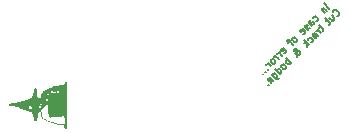
<source format=gbr>
%TF.GenerationSoftware,KiCad,Pcbnew,6.0.11+dfsg-1~bpo11+1*%
%TF.CreationDate,2024-03-27T19:00:14-04:00*%
%TF.ProjectId,Module - Adjustable single rail PSU,4d6f6475-6c65-4202-9d20-41646a757374,1.0.0*%
%TF.SameCoordinates,Original*%
%TF.FileFunction,Legend,Bot*%
%TF.FilePolarity,Positive*%
%FSLAX46Y46*%
G04 Gerber Fmt 4.6, Leading zero omitted, Abs format (unit mm)*
G04 Created by KiCad (PCBNEW 6.0.11+dfsg-1~bpo11+1) date 2024-03-27 19:00:14*
%MOMM*%
%LPD*%
G01*
G04 APERTURE LIST*
%ADD10C,0.150000*%
G04 APERTURE END LIST*
D10*
X85188417Y-91804374D02*
X84764152Y-91380110D01*
X84703543Y-91723562D02*
X84986386Y-92006405D01*
X84743949Y-91763968D02*
X84703543Y-91763968D01*
X84642934Y-91784171D01*
X84582325Y-91844781D01*
X84562122Y-91905390D01*
X84582325Y-91965999D01*
X84804559Y-92188232D01*
X84077249Y-92875136D02*
X84137858Y-92854933D01*
X84218670Y-92774121D01*
X84238873Y-92713512D01*
X84238873Y-92673106D01*
X84218670Y-92612496D01*
X84097452Y-92491278D01*
X84036843Y-92471075D01*
X83996437Y-92471075D01*
X83935827Y-92491278D01*
X83855015Y-92572090D01*
X83834812Y-92632700D01*
X83733797Y-93258994D02*
X83511563Y-93036761D01*
X83491360Y-92976151D01*
X83511563Y-92915542D01*
X83592375Y-92834730D01*
X83652985Y-92814527D01*
X83713594Y-93238791D02*
X83774203Y-93218588D01*
X83875218Y-93117573D01*
X83895421Y-93056964D01*
X83875218Y-92996354D01*
X83834812Y-92955948D01*
X83774203Y-92935745D01*
X83713594Y-92955948D01*
X83612579Y-93056964D01*
X83551969Y-93077167D01*
X83531766Y-93420619D02*
X83511563Y-93481228D01*
X83430751Y-93562040D01*
X83370142Y-93582243D01*
X83309533Y-93562040D01*
X83289330Y-93541837D01*
X83269127Y-93481228D01*
X83289330Y-93420619D01*
X83349939Y-93360009D01*
X83370142Y-93299400D01*
X83349939Y-93238791D01*
X83329736Y-93218588D01*
X83269127Y-93198385D01*
X83208518Y-93218588D01*
X83147908Y-93279197D01*
X83127705Y-93339806D01*
X83006487Y-93945898D02*
X83067096Y-93925695D01*
X83147908Y-93844883D01*
X83168111Y-93784273D01*
X83147908Y-93723664D01*
X82986284Y-93562040D01*
X82925675Y-93541837D01*
X82865066Y-93562040D01*
X82784253Y-93642852D01*
X82764050Y-93703461D01*
X82784253Y-93764070D01*
X82824660Y-93804476D01*
X83067096Y-93642852D01*
X82440802Y-94551989D02*
X82461005Y-94491380D01*
X82461005Y-94450974D01*
X82440802Y-94390365D01*
X82319583Y-94269147D01*
X82258974Y-94248944D01*
X82218568Y-94248944D01*
X82157959Y-94269147D01*
X82097350Y-94329756D01*
X82077147Y-94390365D01*
X82077147Y-94430771D01*
X82097350Y-94491380D01*
X82218568Y-94612599D01*
X82279177Y-94632802D01*
X82319583Y-94632802D01*
X82380192Y-94612599D01*
X82440802Y-94551989D01*
X81895319Y-94531786D02*
X81733695Y-94693411D01*
X82117553Y-94875238D02*
X81753898Y-94511583D01*
X81693289Y-94491380D01*
X81632680Y-94511583D01*
X81592273Y-94551989D01*
X81370040Y-95582345D02*
X81430649Y-95562142D01*
X81511461Y-95481330D01*
X81531664Y-95420721D01*
X81511461Y-95360111D01*
X81349837Y-95198487D01*
X81289228Y-95178284D01*
X81228619Y-95198487D01*
X81147806Y-95279299D01*
X81127603Y-95339908D01*
X81147806Y-95400518D01*
X81188212Y-95440924D01*
X81430649Y-95279299D01*
X81188212Y-95804579D02*
X80905370Y-95521736D01*
X80986182Y-95602548D02*
X80925573Y-95582345D01*
X80885167Y-95582345D01*
X80824558Y-95602548D01*
X80784151Y-95642954D01*
X80925573Y-96067218D02*
X80642730Y-95784375D01*
X80723542Y-95865188D02*
X80662933Y-95844985D01*
X80622527Y-95844985D01*
X80561918Y-95865188D01*
X80521512Y-95905594D01*
X80602324Y-96390467D02*
X80622527Y-96329858D01*
X80622527Y-96289452D01*
X80602324Y-96228843D01*
X80481106Y-96107624D01*
X80420496Y-96087421D01*
X80380090Y-96087421D01*
X80319481Y-96107624D01*
X80258872Y-96168233D01*
X80238669Y-96228843D01*
X80238669Y-96269249D01*
X80258872Y-96329858D01*
X80380090Y-96451076D01*
X80440700Y-96471279D01*
X80481106Y-96471279D01*
X80541715Y-96451076D01*
X80602324Y-96390467D01*
X80279075Y-96713716D02*
X79996232Y-96430873D01*
X80077045Y-96511685D02*
X80016435Y-96491482D01*
X79976029Y-96491482D01*
X79915420Y-96511685D01*
X79875014Y-96552091D01*
X79976029Y-96935949D02*
X79976029Y-96976355D01*
X80016435Y-96976355D01*
X80016435Y-96935949D01*
X79976029Y-96935949D01*
X80016435Y-96976355D01*
X79773999Y-97137980D02*
X79773999Y-97178386D01*
X79814405Y-97178386D01*
X79814405Y-97137980D01*
X79773999Y-97137980D01*
X79814405Y-97178386D01*
X79571968Y-97340010D02*
X79571968Y-97380417D01*
X79612374Y-97380417D01*
X79612374Y-97340010D01*
X79571968Y-97340010D01*
X79612374Y-97380417D01*
X85820974Y-92457135D02*
X85861380Y-92457135D01*
X85942192Y-92416729D01*
X85982598Y-92376323D01*
X86023004Y-92295510D01*
X86023004Y-92214698D01*
X86002801Y-92154089D01*
X85942192Y-92053074D01*
X85881583Y-91992465D01*
X85780568Y-91931856D01*
X85719959Y-91911653D01*
X85639146Y-91911653D01*
X85558334Y-91952059D01*
X85517928Y-91992465D01*
X85477522Y-92073277D01*
X85477522Y-92113683D01*
X85214882Y-92578353D02*
X85497725Y-92861196D01*
X85396710Y-92396526D02*
X85618943Y-92618759D01*
X85639146Y-92679368D01*
X85618943Y-92739978D01*
X85558334Y-92800587D01*
X85497725Y-92820790D01*
X85457319Y-92820790D01*
X85073461Y-92719775D02*
X84911837Y-92881399D01*
X84871430Y-92638962D02*
X85235085Y-93002617D01*
X85255288Y-93063226D01*
X85235085Y-93123836D01*
X85194679Y-93164242D01*
X84507776Y-93285460D02*
X84346151Y-93447084D01*
X84305745Y-93204648D02*
X84669400Y-93568303D01*
X84689603Y-93628912D01*
X84669400Y-93689521D01*
X84628994Y-93729927D01*
X84487573Y-93871348D02*
X84204730Y-93588506D01*
X84285542Y-93669318D02*
X84224933Y-93649115D01*
X84184527Y-93649115D01*
X84123918Y-93669318D01*
X84083512Y-93709724D01*
X84043105Y-94315816D02*
X83820872Y-94093582D01*
X83800669Y-94032973D01*
X83820872Y-93972364D01*
X83901684Y-93891551D01*
X83962293Y-93871348D01*
X84022902Y-94295613D02*
X84083512Y-94275409D01*
X84184527Y-94174394D01*
X84204730Y-94113785D01*
X84184527Y-94053176D01*
X84144121Y-94012770D01*
X84083512Y-93992567D01*
X84022902Y-94012770D01*
X83921887Y-94113785D01*
X83861278Y-94133988D01*
X83639044Y-94679470D02*
X83699654Y-94659267D01*
X83780466Y-94578455D01*
X83800669Y-94517846D01*
X83800669Y-94477440D01*
X83780466Y-94416831D01*
X83659247Y-94295613D01*
X83598638Y-94275409D01*
X83558232Y-94275409D01*
X83497623Y-94295613D01*
X83416811Y-94376425D01*
X83396608Y-94437034D01*
X83477420Y-94881501D02*
X83053156Y-94457237D01*
X83275389Y-94760283D02*
X83315796Y-95043125D01*
X83032953Y-94760283D02*
X83356202Y-94760283D01*
X82467267Y-95891654D02*
X82487470Y-95871450D01*
X82507674Y-95810841D01*
X82507674Y-95689623D01*
X82487470Y-95467389D01*
X82467267Y-95366374D01*
X82426861Y-95285562D01*
X82386455Y-95245156D01*
X82325846Y-95224953D01*
X82265237Y-95245156D01*
X82245034Y-95265359D01*
X82224831Y-95325968D01*
X82245034Y-95386577D01*
X82265237Y-95406780D01*
X82325846Y-95426983D01*
X82366252Y-95426983D01*
X82568283Y-95386577D01*
X82608689Y-95386577D01*
X82669298Y-95406780D01*
X82729907Y-95467389D01*
X82750110Y-95527999D01*
X82750110Y-95568405D01*
X82729907Y-95629014D01*
X82669298Y-95689623D01*
X82608689Y-95709826D01*
X82568283Y-95709826D01*
X82426861Y-95689623D01*
X82346049Y-95649217D01*
X82305643Y-95608811D01*
X81962191Y-96396730D02*
X81537927Y-95972466D01*
X81699551Y-96134090D02*
X81638942Y-96154293D01*
X81558130Y-96235105D01*
X81537927Y-96295715D01*
X81537927Y-96336121D01*
X81558130Y-96396730D01*
X81679348Y-96517948D01*
X81739958Y-96538151D01*
X81780364Y-96538151D01*
X81840973Y-96517948D01*
X81921785Y-96437136D01*
X81941988Y-96376527D01*
X81517724Y-96841197D02*
X81537927Y-96780588D01*
X81537927Y-96740182D01*
X81517724Y-96679573D01*
X81396506Y-96558354D01*
X81335897Y-96538151D01*
X81295490Y-96538151D01*
X81234881Y-96558354D01*
X81174272Y-96618963D01*
X81154069Y-96679573D01*
X81154069Y-96719979D01*
X81174272Y-96780588D01*
X81295490Y-96901806D01*
X81356100Y-96922009D01*
X81396506Y-96922009D01*
X81457115Y-96901806D01*
X81517724Y-96841197D01*
X81012648Y-97346273D02*
X80588384Y-96922009D01*
X80992445Y-97326070D02*
X81053054Y-97305867D01*
X81133866Y-97225055D01*
X81154069Y-97164446D01*
X81154069Y-97124040D01*
X81133866Y-97063430D01*
X81012648Y-96942212D01*
X80952039Y-96922009D01*
X80911633Y-96922009D01*
X80851023Y-96942212D01*
X80770211Y-97023024D01*
X80750008Y-97083634D01*
X80345947Y-97447288D02*
X80689399Y-97790740D01*
X80750008Y-97810943D01*
X80790414Y-97810943D01*
X80851023Y-97790740D01*
X80911633Y-97730131D01*
X80931836Y-97669522D01*
X80608587Y-97709928D02*
X80669196Y-97689725D01*
X80750008Y-97608913D01*
X80770211Y-97548304D01*
X80770211Y-97507898D01*
X80750008Y-97447288D01*
X80628790Y-97326070D01*
X80568181Y-97305867D01*
X80527775Y-97305867D01*
X80467165Y-97326070D01*
X80386353Y-97406882D01*
X80366150Y-97467492D01*
X80244932Y-98073583D02*
X80305541Y-98053380D01*
X80386353Y-97972568D01*
X80406556Y-97911959D01*
X80386353Y-97851349D01*
X80224729Y-97689725D01*
X80164120Y-97669522D01*
X80103510Y-97689725D01*
X80022698Y-97770537D01*
X80002495Y-97831146D01*
X80022698Y-97891756D01*
X80063104Y-97932162D01*
X80305541Y-97770537D01*
X80022698Y-98255410D02*
X80022698Y-98295817D01*
X80063104Y-98295817D01*
X80063104Y-98255410D01*
X80022698Y-98255410D01*
X80063104Y-98295817D01*
%TO.C,G\u002A\u002A\u002A*%
G36*
X59911970Y-100108209D02*
G01*
X59940000Y-100142360D01*
X59938960Y-100146352D01*
X59900000Y-100160000D01*
X59889036Y-100158372D01*
X59860000Y-100117639D01*
X59863140Y-100103171D01*
X59900000Y-100100000D01*
X59911970Y-100108209D01*
G37*
G36*
X61336842Y-99536666D02*
G01*
X61334013Y-99577237D01*
X61315833Y-99589166D01*
X61307906Y-99575015D01*
X61312675Y-99512500D01*
X61327073Y-99493985D01*
X61336842Y-99536666D01*
G37*
G36*
X61900000Y-101140000D02*
G01*
X61880000Y-101160000D01*
X61860000Y-101140000D01*
X61880000Y-101120000D01*
X61900000Y-101140000D01*
G37*
G36*
X62521123Y-98270348D02*
G01*
X62604027Y-98257333D01*
X62678022Y-98255929D01*
X62735104Y-98264657D01*
X62771730Y-98237663D01*
X62787456Y-98150123D01*
X62796891Y-98087758D01*
X62833336Y-98028986D01*
X62916528Y-98006713D01*
X63033057Y-97993427D01*
X63006528Y-99263236D01*
X63005724Y-99302085D01*
X62998880Y-99660598D01*
X62992733Y-100031227D01*
X62987528Y-100395552D01*
X62983508Y-100735155D01*
X62980917Y-101031618D01*
X62980000Y-101266523D01*
X62980000Y-102000000D01*
X62880000Y-102000000D01*
X62861405Y-101999708D01*
X62807564Y-101986381D01*
X62784714Y-101937130D01*
X62779931Y-101830000D01*
X62779863Y-101660000D01*
X62554665Y-101652083D01*
X62356979Y-101634856D01*
X62102605Y-101590448D01*
X61837822Y-101524898D01*
X61577585Y-101443461D01*
X61336850Y-101351394D01*
X61130571Y-101253951D01*
X60973704Y-101156390D01*
X60881203Y-101063965D01*
X60858751Y-101013776D01*
X60825702Y-100893942D01*
X60801613Y-100752052D01*
X60774756Y-100524104D01*
X60667378Y-100569649D01*
X60611184Y-100594332D01*
X60537923Y-100639415D01*
X60517505Y-100693467D01*
X60534549Y-100780958D01*
X60541752Y-100816472D01*
X60537495Y-100953967D01*
X60496339Y-101098883D01*
X60428766Y-101229404D01*
X60345260Y-101323715D01*
X60256303Y-101360000D01*
X60237992Y-101329030D01*
X60211170Y-101238776D01*
X60183053Y-101110000D01*
X60182215Y-101105584D01*
X60133518Y-100875111D01*
X60088268Y-100718147D01*
X60044233Y-100628505D01*
X59999184Y-100600000D01*
X59989286Y-100599078D01*
X59911674Y-100572716D01*
X59847728Y-100540000D01*
X60500000Y-100540000D01*
X60520000Y-100560000D01*
X60540000Y-100540000D01*
X60520000Y-100520000D01*
X60500000Y-100540000D01*
X59847728Y-100540000D01*
X59811244Y-100521334D01*
X59809254Y-100520172D01*
X59743101Y-100490901D01*
X60605245Y-100490901D01*
X60614531Y-100511510D01*
X60640113Y-100514935D01*
X60709262Y-100486737D01*
X60711118Y-100484852D01*
X60718541Y-100460162D01*
X60656793Y-100469248D01*
X60605245Y-100490901D01*
X59743101Y-100490901D01*
X59700889Y-100472223D01*
X59650470Y-100455747D01*
X60813119Y-100455747D01*
X60835870Y-100499104D01*
X60861135Y-100601301D01*
X60881212Y-100737535D01*
X60890321Y-100812080D01*
X60917876Y-100938933D01*
X60967504Y-101036070D01*
X61052322Y-101118178D01*
X61185448Y-101199947D01*
X61380000Y-101296067D01*
X61446053Y-101324600D01*
X61618708Y-101385480D01*
X61823275Y-101444805D01*
X62041768Y-101498672D01*
X62256201Y-101543177D01*
X62448590Y-101574418D01*
X62600948Y-101588491D01*
X62695289Y-101581495D01*
X62754513Y-101541185D01*
X62813929Y-101457349D01*
X62835017Y-101399927D01*
X62857673Y-101279261D01*
X62858843Y-101162694D01*
X62839345Y-101074762D01*
X62800000Y-101040000D01*
X62770037Y-101031302D01*
X62740000Y-100975336D01*
X62739393Y-100963400D01*
X62711817Y-100927817D01*
X62630000Y-100933205D01*
X62522222Y-100951052D01*
X62368854Y-100970694D01*
X62189482Y-100990170D01*
X62001681Y-101007936D01*
X61823023Y-101022446D01*
X61671084Y-101032156D01*
X61563438Y-101035520D01*
X61517660Y-101030993D01*
X61480741Y-100959417D01*
X61447600Y-100817666D01*
X61422203Y-100623247D01*
X61404795Y-100390255D01*
X61395622Y-100132788D01*
X61395226Y-99980000D01*
X62060000Y-99980000D01*
X62066969Y-100007981D01*
X62120000Y-100040000D01*
X62137180Y-100038658D01*
X62178812Y-100005213D01*
X62153333Y-99946666D01*
X62139685Y-99934839D01*
X62084365Y-99924909D01*
X62060000Y-99980000D01*
X61395226Y-99980000D01*
X61394928Y-99864940D01*
X61402959Y-99600808D01*
X61419960Y-99354488D01*
X61446176Y-99140076D01*
X61481851Y-98971669D01*
X61482576Y-98947362D01*
X61455124Y-98990000D01*
X61409663Y-99047979D01*
X61343887Y-99080612D01*
X61339308Y-99080670D01*
X61302025Y-99088240D01*
X61338151Y-99118011D01*
X61358939Y-99133261D01*
X61375349Y-99176687D01*
X61343433Y-99253584D01*
X61314848Y-99332033D01*
X61317642Y-99396185D01*
X61322869Y-99419194D01*
X61282360Y-99440000D01*
X61279623Y-99440038D01*
X61228447Y-99468184D01*
X61228441Y-99530433D01*
X61280000Y-99600000D01*
X61285299Y-99604929D01*
X61324514Y-99685314D01*
X61340000Y-99803870D01*
X61335925Y-99881719D01*
X61305342Y-99960610D01*
X61230000Y-100015764D01*
X61148389Y-100069564D01*
X61047585Y-100154294D01*
X60948734Y-100251027D01*
X60866758Y-100344013D01*
X60816579Y-100417502D01*
X60813119Y-100455747D01*
X59650470Y-100455747D01*
X59547124Y-100421975D01*
X59380567Y-100380119D01*
X59354373Y-100374511D01*
X59213235Y-100340703D01*
X59108642Y-100309729D01*
X59061609Y-100287681D01*
X59060089Y-100285686D01*
X58990942Y-100238147D01*
X58865508Y-100184012D01*
X58796697Y-100160547D01*
X59760000Y-100160547D01*
X59765007Y-100244266D01*
X59794341Y-100291287D01*
X59866319Y-100303985D01*
X59928304Y-100296610D01*
X60004011Y-100243065D01*
X60024090Y-100158299D01*
X59977273Y-100066438D01*
X59930815Y-100026855D01*
X59845159Y-100002434D01*
X59783600Y-100049000D01*
X59760000Y-100160547D01*
X58796697Y-100160547D01*
X58705405Y-100129416D01*
X58532250Y-100080495D01*
X58367658Y-100043382D01*
X58233248Y-100024215D01*
X58150635Y-100029128D01*
X58119273Y-100026351D01*
X58100000Y-99967381D01*
X58103759Y-99957639D01*
X60500000Y-99957639D01*
X60501537Y-99969249D01*
X60520000Y-99984010D01*
X60540000Y-100000000D01*
X60549052Y-99999541D01*
X60580000Y-99982360D01*
X60578159Y-99975944D01*
X60540000Y-99940000D01*
X60524505Y-99933749D01*
X60500000Y-99957639D01*
X58103759Y-99957639D01*
X58122728Y-99908478D01*
X58210212Y-99853554D01*
X58367762Y-99812489D01*
X58600000Y-99783584D01*
X58701012Y-99772572D01*
X58867326Y-99746720D01*
X59000000Y-99717348D01*
X59015406Y-99713060D01*
X59166587Y-99677284D01*
X59310000Y-99651708D01*
X59330469Y-99648550D01*
X59946206Y-99648550D01*
X59952426Y-99750000D01*
X59956166Y-99761349D01*
X59966549Y-99752772D01*
X59970066Y-99691391D01*
X60587834Y-99691391D01*
X60594685Y-99750310D01*
X60680000Y-99807278D01*
X60750640Y-99859099D01*
X60777188Y-99956420D01*
X60776328Y-99978399D01*
X60767338Y-100023295D01*
X60747188Y-99993652D01*
X60728401Y-99974054D01*
X60698275Y-100012163D01*
X60656939Y-100123652D01*
X60649330Y-100147759D01*
X60619691Y-100264931D01*
X60626568Y-100311377D01*
X60671605Y-100288307D01*
X60718541Y-100237754D01*
X60756444Y-100196930D01*
X60784788Y-100160633D01*
X60851853Y-100015465D01*
X60839327Y-99877344D01*
X60747226Y-99746923D01*
X60723277Y-99725136D01*
X60650068Y-99673418D01*
X60607226Y-99666106D01*
X60587834Y-99691391D01*
X59970066Y-99691391D01*
X59970719Y-99680000D01*
X59970333Y-99652860D01*
X59964020Y-99597550D01*
X59952426Y-99610000D01*
X59946206Y-99648550D01*
X59330469Y-99648550D01*
X59337249Y-99647504D01*
X59424728Y-99624488D01*
X59460000Y-99598494D01*
X59480979Y-99570246D01*
X59549620Y-99536238D01*
X59630158Y-99520780D01*
X59657759Y-99512485D01*
X59695943Y-99495631D01*
X60026284Y-99495631D01*
X60035833Y-99549166D01*
X60049487Y-99548547D01*
X60056842Y-99496666D01*
X60050436Y-99457348D01*
X60032675Y-99472500D01*
X60026284Y-99495631D01*
X59695943Y-99495631D01*
X59741301Y-99475610D01*
X59845159Y-99423742D01*
X59854139Y-99419257D01*
X59944659Y-99365902D01*
X59964020Y-99348395D01*
X59973304Y-99340000D01*
X60340000Y-99340000D01*
X60360000Y-99360000D01*
X60380000Y-99340000D01*
X60360000Y-99320000D01*
X60340000Y-99340000D01*
X59973304Y-99340000D01*
X60027407Y-99291076D01*
X60050436Y-99250917D01*
X60085068Y-99190523D01*
X60089425Y-99175631D01*
X60346284Y-99175631D01*
X60355833Y-99229166D01*
X60360000Y-99228977D01*
X60369487Y-99228547D01*
X60376842Y-99176666D01*
X60370436Y-99137348D01*
X60352675Y-99152500D01*
X60346284Y-99175631D01*
X60089425Y-99175631D01*
X60127295Y-99046185D01*
X60132066Y-99019196D01*
X60388546Y-99019196D01*
X60393333Y-99066666D01*
X60405364Y-99072924D01*
X60420000Y-99040000D01*
X60417113Y-99018824D01*
X60393333Y-99013333D01*
X60388546Y-99019196D01*
X60132066Y-99019196D01*
X60163742Y-98840000D01*
X60177233Y-98760822D01*
X60216395Y-98619756D01*
X60269422Y-98543120D01*
X60342407Y-98519999D01*
X60350257Y-98520236D01*
X60370436Y-98530794D01*
X60393333Y-98542775D01*
X60412411Y-98552757D01*
X60449450Y-98650000D01*
X60451255Y-98658630D01*
X60468303Y-98750940D01*
X60473334Y-98800000D01*
X60468764Y-98836518D01*
X60457851Y-98932992D01*
X60443495Y-99064722D01*
X60438740Y-99109353D01*
X60429381Y-99225283D01*
X60436946Y-99287541D01*
X60467875Y-99316348D01*
X60524505Y-99330868D01*
X60528610Y-99331920D01*
X60607226Y-99350395D01*
X60616976Y-99352686D01*
X60705290Y-99379671D01*
X60727692Y-99384566D01*
X60760151Y-99363569D01*
X60786868Y-99291503D01*
X60814764Y-99154109D01*
X60835067Y-99052705D01*
X60879329Y-98921899D01*
X60943536Y-98837549D01*
X61660000Y-98837549D01*
X61670072Y-98880187D01*
X61722906Y-98916754D01*
X61837499Y-98941715D01*
X61887005Y-98948410D01*
X61991746Y-98957262D01*
X62049375Y-98954166D01*
X62053160Y-98951715D01*
X62060091Y-98903300D01*
X62041802Y-98825005D01*
X62037678Y-98815685D01*
X62152826Y-98815685D01*
X62174251Y-98901686D01*
X62250000Y-98964396D01*
X62260098Y-98968033D01*
X62313573Y-98977786D01*
X62335664Y-98943285D01*
X62336709Y-98920000D01*
X62425511Y-98920000D01*
X62428608Y-98977462D01*
X62437833Y-98975807D01*
X62459146Y-98900000D01*
X62487186Y-98798464D01*
X62517814Y-98700000D01*
X62522681Y-98685069D01*
X62521123Y-98666761D01*
X62484180Y-98720000D01*
X62444678Y-98810024D01*
X62425511Y-98920000D01*
X62336709Y-98920000D01*
X62340000Y-98846711D01*
X62340297Y-98825148D01*
X62350271Y-98719853D01*
X62370000Y-98656406D01*
X62374126Y-98650142D01*
X62352611Y-98669844D01*
X62293711Y-98732449D01*
X62284166Y-98742795D01*
X62219203Y-98806662D01*
X62185822Y-98815171D01*
X62166538Y-98774043D01*
X62164694Y-98767869D01*
X62153501Y-98757076D01*
X62152826Y-98815685D01*
X62037678Y-98815685D01*
X62009561Y-98752135D01*
X61974639Y-98720000D01*
X61947134Y-98727753D01*
X61918504Y-98773117D01*
X61939347Y-98819596D01*
X61950759Y-98828278D01*
X61980000Y-98885084D01*
X61978313Y-98890735D01*
X61938973Y-98886590D01*
X61863825Y-98842723D01*
X61841916Y-98827452D01*
X61737365Y-98770003D01*
X61678469Y-98773413D01*
X61660000Y-98837549D01*
X60943536Y-98837549D01*
X60950239Y-98828743D01*
X61064797Y-98754264D01*
X61240000Y-98679490D01*
X61287910Y-98660000D01*
X62180000Y-98660000D01*
X62200000Y-98680000D01*
X62220000Y-98660000D01*
X62200000Y-98640000D01*
X62180000Y-98660000D01*
X61287910Y-98660000D01*
X61356336Y-98632164D01*
X61472205Y-98579215D01*
X61482576Y-98573364D01*
X61540000Y-98540964D01*
X61542564Y-98539081D01*
X61619632Y-98502960D01*
X61753176Y-98457543D01*
X61924224Y-98407582D01*
X61974639Y-98394351D01*
X62084365Y-98365554D01*
X62113805Y-98357828D01*
X62200000Y-98337415D01*
X62302947Y-98313035D01*
X62374126Y-98298323D01*
X62472678Y-98277953D01*
X62521123Y-98270348D01*
G37*
G36*
X61340000Y-100500000D02*
G01*
X61320000Y-100520000D01*
X61300000Y-100500000D01*
X61320000Y-100480000D01*
X61340000Y-100500000D01*
G37*
G36*
X61420000Y-100980000D02*
G01*
X61400000Y-101000000D01*
X61380000Y-100980000D01*
X61400000Y-100960000D01*
X61420000Y-100980000D01*
G37*
G36*
X61260000Y-100980000D02*
G01*
X61240000Y-101000000D01*
X61220000Y-100980000D01*
X61240000Y-100960000D01*
X61260000Y-100980000D01*
G37*
G36*
X59860000Y-100240000D02*
G01*
X59857113Y-100261175D01*
X59833333Y-100266666D01*
X59828546Y-100260803D01*
X59833333Y-100213333D01*
X59845364Y-100207075D01*
X59860000Y-100240000D01*
G37*
%TD*%
M02*

</source>
